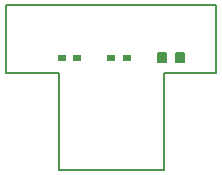
<source format=gtp>
G75*
%MOIN*%
%OFA0B0*%
%FSLAX25Y25*%
%IPPOS*%
%LPD*%
%AMOC8*
5,1,8,0,0,1.08239X$1,22.5*
%
%ADD10C,0.00500*%
%ADD11C,0.00630*%
%ADD12R,0.02756X0.01969*%
D10*
X0019000Y0005800D02*
X0019000Y0038300D01*
X0001500Y0038300D01*
X0001500Y0060800D01*
X0071500Y0060800D01*
X0071500Y0038300D01*
X0054000Y0038300D01*
X0054000Y0005800D01*
X0019000Y0005800D01*
D11*
X0052287Y0041844D02*
X0052287Y0044756D01*
X0054807Y0044756D01*
X0054807Y0041844D01*
X0052287Y0041844D01*
X0052287Y0042473D02*
X0054807Y0042473D01*
X0054807Y0043102D02*
X0052287Y0043102D01*
X0052287Y0043731D02*
X0054807Y0043731D01*
X0054807Y0044360D02*
X0052287Y0044360D01*
X0058193Y0044756D02*
X0058193Y0041844D01*
X0058193Y0044756D02*
X0060713Y0044756D01*
X0060713Y0041844D01*
X0058193Y0041844D01*
X0058193Y0042473D02*
X0060713Y0042473D01*
X0060713Y0043102D02*
X0058193Y0043102D01*
X0058193Y0043731D02*
X0060713Y0043731D01*
X0060713Y0044360D02*
X0058193Y0044360D01*
D12*
X0041756Y0043300D03*
X0036638Y0043300D03*
X0025256Y0043300D03*
X0020138Y0043300D03*
M02*

</source>
